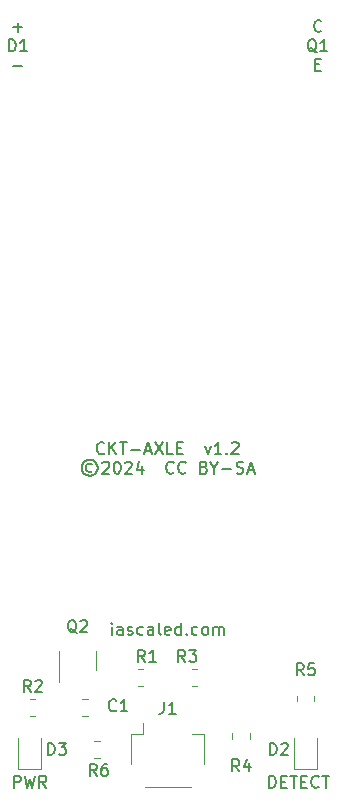
<source format=gto>
G04 #@! TF.GenerationSoftware,KiCad,Pcbnew,6.0.10-86aedd382b~118~ubuntu18.04.1*
G04 #@! TF.CreationDate,2024-08-26T14:17:38-06:00*
G04 #@! TF.ProjectId,ckt-axle,636b742d-6178-46c6-952e-6b696361645f,rev?*
G04 #@! TF.SameCoordinates,Original*
G04 #@! TF.FileFunction,Legend,Top*
G04 #@! TF.FilePolarity,Positive*
%FSLAX46Y46*%
G04 Gerber Fmt 4.6, Leading zero omitted, Abs format (unit mm)*
G04 Created by KiCad (PCBNEW 6.0.10-86aedd382b~118~ubuntu18.04.1) date 2024-08-26 14:17:38*
%MOMM*%
%LPD*%
G01*
G04 APERTURE LIST*
%ADD10C,0.152400*%
%ADD11C,0.150000*%
%ADD12C,0.120000*%
G04 APERTURE END LIST*
D10*
X141665476Y-62227097D02*
X141617095Y-62275478D01*
X141471952Y-62323859D01*
X141375190Y-62323859D01*
X141230047Y-62275478D01*
X141133285Y-62178716D01*
X141084904Y-62081954D01*
X141036523Y-61888430D01*
X141036523Y-61743287D01*
X141084904Y-61549763D01*
X141133285Y-61453001D01*
X141230047Y-61356240D01*
X141375190Y-61307859D01*
X141471952Y-61307859D01*
X141617095Y-61356240D01*
X141665476Y-61404620D01*
X141133285Y-65063188D02*
X141471952Y-65063188D01*
X141617095Y-65595379D02*
X141133285Y-65595379D01*
X141133285Y-64579379D01*
X141617095Y-64579379D01*
X123280714Y-97969977D02*
X123232333Y-98018358D01*
X123087190Y-98066739D01*
X122990428Y-98066739D01*
X122845285Y-98018358D01*
X122748523Y-97921596D01*
X122700142Y-97824834D01*
X122651761Y-97631310D01*
X122651761Y-97486167D01*
X122700142Y-97292643D01*
X122748523Y-97195881D01*
X122845285Y-97099120D01*
X122990428Y-97050739D01*
X123087190Y-97050739D01*
X123232333Y-97099120D01*
X123280714Y-97147500D01*
X123716142Y-98066739D02*
X123716142Y-97050739D01*
X124296714Y-98066739D02*
X123861285Y-97486167D01*
X124296714Y-97050739D02*
X123716142Y-97631310D01*
X124587000Y-97050739D02*
X125167571Y-97050739D01*
X124877285Y-98066739D02*
X124877285Y-97050739D01*
X125506238Y-97679691D02*
X126280333Y-97679691D01*
X126715761Y-97776453D02*
X127199571Y-97776453D01*
X126619000Y-98066739D02*
X126957666Y-97050739D01*
X127296333Y-98066739D01*
X127538238Y-97050739D02*
X128215571Y-98066739D01*
X128215571Y-97050739D02*
X127538238Y-98066739D01*
X129086428Y-98066739D02*
X128602619Y-98066739D01*
X128602619Y-97050739D01*
X129425095Y-97534548D02*
X129763761Y-97534548D01*
X129908904Y-98066739D02*
X129425095Y-98066739D01*
X129425095Y-97050739D01*
X129908904Y-97050739D01*
X131795761Y-97389405D02*
X132037666Y-98066739D01*
X132279571Y-97389405D01*
X133198809Y-98066739D02*
X132618238Y-98066739D01*
X132908523Y-98066739D02*
X132908523Y-97050739D01*
X132811761Y-97195881D01*
X132715000Y-97292643D01*
X132618238Y-97341024D01*
X133634238Y-97969977D02*
X133682619Y-98018358D01*
X133634238Y-98066739D01*
X133585857Y-98018358D01*
X133634238Y-97969977D01*
X133634238Y-98066739D01*
X134069666Y-97147500D02*
X134118047Y-97099120D01*
X134214809Y-97050739D01*
X134456714Y-97050739D01*
X134553476Y-97099120D01*
X134601857Y-97147500D01*
X134650238Y-97244262D01*
X134650238Y-97341024D01*
X134601857Y-97486167D01*
X134021285Y-98066739D01*
X134650238Y-98066739D01*
X122240523Y-98928403D02*
X122143761Y-98880022D01*
X121950238Y-98880022D01*
X121853476Y-98928403D01*
X121756714Y-99025165D01*
X121708333Y-99121927D01*
X121708333Y-99315451D01*
X121756714Y-99412213D01*
X121853476Y-99508975D01*
X121950238Y-99557356D01*
X122143761Y-99557356D01*
X122240523Y-99508975D01*
X122047000Y-98541356D02*
X121805095Y-98589737D01*
X121563190Y-98734880D01*
X121418047Y-98976784D01*
X121369666Y-99218689D01*
X121418047Y-99460594D01*
X121563190Y-99702499D01*
X121805095Y-99847641D01*
X122047000Y-99896022D01*
X122288904Y-99847641D01*
X122530809Y-99702499D01*
X122675952Y-99460594D01*
X122724333Y-99218689D01*
X122675952Y-98976784D01*
X122530809Y-98734880D01*
X122288904Y-98589737D01*
X122047000Y-98541356D01*
X123111380Y-98783260D02*
X123159761Y-98734880D01*
X123256523Y-98686499D01*
X123498428Y-98686499D01*
X123595190Y-98734880D01*
X123643571Y-98783260D01*
X123691952Y-98880022D01*
X123691952Y-98976784D01*
X123643571Y-99121927D01*
X123063000Y-99702499D01*
X123691952Y-99702499D01*
X124320904Y-98686499D02*
X124417666Y-98686499D01*
X124514428Y-98734880D01*
X124562809Y-98783260D01*
X124611190Y-98880022D01*
X124659571Y-99073546D01*
X124659571Y-99315451D01*
X124611190Y-99508975D01*
X124562809Y-99605737D01*
X124514428Y-99654118D01*
X124417666Y-99702499D01*
X124320904Y-99702499D01*
X124224142Y-99654118D01*
X124175761Y-99605737D01*
X124127380Y-99508975D01*
X124079000Y-99315451D01*
X124079000Y-99073546D01*
X124127380Y-98880022D01*
X124175761Y-98783260D01*
X124224142Y-98734880D01*
X124320904Y-98686499D01*
X125046619Y-98783260D02*
X125095000Y-98734880D01*
X125191761Y-98686499D01*
X125433666Y-98686499D01*
X125530428Y-98734880D01*
X125578809Y-98783260D01*
X125627190Y-98880022D01*
X125627190Y-98976784D01*
X125578809Y-99121927D01*
X124998238Y-99702499D01*
X125627190Y-99702499D01*
X126498047Y-99025165D02*
X126498047Y-99702499D01*
X126256142Y-98638118D02*
X126014238Y-99363832D01*
X126643190Y-99363832D01*
X129159000Y-99605737D02*
X129110619Y-99654118D01*
X128965476Y-99702499D01*
X128868714Y-99702499D01*
X128723571Y-99654118D01*
X128626809Y-99557356D01*
X128578428Y-99460594D01*
X128530047Y-99267070D01*
X128530047Y-99121927D01*
X128578428Y-98928403D01*
X128626809Y-98831641D01*
X128723571Y-98734880D01*
X128868714Y-98686499D01*
X128965476Y-98686499D01*
X129110619Y-98734880D01*
X129159000Y-98783260D01*
X130175000Y-99605737D02*
X130126619Y-99654118D01*
X129981476Y-99702499D01*
X129884714Y-99702499D01*
X129739571Y-99654118D01*
X129642809Y-99557356D01*
X129594428Y-99460594D01*
X129546047Y-99267070D01*
X129546047Y-99121927D01*
X129594428Y-98928403D01*
X129642809Y-98831641D01*
X129739571Y-98734880D01*
X129884714Y-98686499D01*
X129981476Y-98686499D01*
X130126619Y-98734880D01*
X130175000Y-98783260D01*
X131723190Y-99170308D02*
X131868333Y-99218689D01*
X131916714Y-99267070D01*
X131965095Y-99363832D01*
X131965095Y-99508975D01*
X131916714Y-99605737D01*
X131868333Y-99654118D01*
X131771571Y-99702499D01*
X131384523Y-99702499D01*
X131384523Y-98686499D01*
X131723190Y-98686499D01*
X131819952Y-98734880D01*
X131868333Y-98783260D01*
X131916714Y-98880022D01*
X131916714Y-98976784D01*
X131868333Y-99073546D01*
X131819952Y-99121927D01*
X131723190Y-99170308D01*
X131384523Y-99170308D01*
X132594047Y-99218689D02*
X132594047Y-99702499D01*
X132255380Y-98686499D02*
X132594047Y-99218689D01*
X132932714Y-98686499D01*
X133271380Y-99315451D02*
X134045476Y-99315451D01*
X134480904Y-99654118D02*
X134626047Y-99702499D01*
X134867952Y-99702499D01*
X134964714Y-99654118D01*
X135013095Y-99605737D01*
X135061476Y-99508975D01*
X135061476Y-99412213D01*
X135013095Y-99315451D01*
X134964714Y-99267070D01*
X134867952Y-99218689D01*
X134674428Y-99170308D01*
X134577666Y-99121927D01*
X134529285Y-99073546D01*
X134480904Y-98976784D01*
X134480904Y-98880022D01*
X134529285Y-98783260D01*
X134577666Y-98734880D01*
X134674428Y-98686499D01*
X134916333Y-98686499D01*
X135061476Y-98734880D01*
X135448523Y-99412213D02*
X135932333Y-99412213D01*
X135351761Y-99702499D02*
X135690428Y-98686499D01*
X136029095Y-99702499D01*
X123909666Y-113362619D02*
X123909666Y-112685285D01*
X123909666Y-112346619D02*
X123861285Y-112395000D01*
X123909666Y-112443380D01*
X123958047Y-112395000D01*
X123909666Y-112346619D01*
X123909666Y-112443380D01*
X124828904Y-113362619D02*
X124828904Y-112830428D01*
X124780523Y-112733666D01*
X124683761Y-112685285D01*
X124490238Y-112685285D01*
X124393476Y-112733666D01*
X124828904Y-113314238D02*
X124732142Y-113362619D01*
X124490238Y-113362619D01*
X124393476Y-113314238D01*
X124345095Y-113217476D01*
X124345095Y-113120714D01*
X124393476Y-113023952D01*
X124490238Y-112975571D01*
X124732142Y-112975571D01*
X124828904Y-112927190D01*
X125264333Y-113314238D02*
X125361095Y-113362619D01*
X125554619Y-113362619D01*
X125651380Y-113314238D01*
X125699761Y-113217476D01*
X125699761Y-113169095D01*
X125651380Y-113072333D01*
X125554619Y-113023952D01*
X125409476Y-113023952D01*
X125312714Y-112975571D01*
X125264333Y-112878809D01*
X125264333Y-112830428D01*
X125312714Y-112733666D01*
X125409476Y-112685285D01*
X125554619Y-112685285D01*
X125651380Y-112733666D01*
X126570619Y-113314238D02*
X126473857Y-113362619D01*
X126280333Y-113362619D01*
X126183571Y-113314238D01*
X126135190Y-113265857D01*
X126086809Y-113169095D01*
X126086809Y-112878809D01*
X126135190Y-112782047D01*
X126183571Y-112733666D01*
X126280333Y-112685285D01*
X126473857Y-112685285D01*
X126570619Y-112733666D01*
X127441476Y-113362619D02*
X127441476Y-112830428D01*
X127393095Y-112733666D01*
X127296333Y-112685285D01*
X127102809Y-112685285D01*
X127006047Y-112733666D01*
X127441476Y-113314238D02*
X127344714Y-113362619D01*
X127102809Y-113362619D01*
X127006047Y-113314238D01*
X126957666Y-113217476D01*
X126957666Y-113120714D01*
X127006047Y-113023952D01*
X127102809Y-112975571D01*
X127344714Y-112975571D01*
X127441476Y-112927190D01*
X128070428Y-113362619D02*
X127973666Y-113314238D01*
X127925285Y-113217476D01*
X127925285Y-112346619D01*
X128844523Y-113314238D02*
X128747761Y-113362619D01*
X128554238Y-113362619D01*
X128457476Y-113314238D01*
X128409095Y-113217476D01*
X128409095Y-112830428D01*
X128457476Y-112733666D01*
X128554238Y-112685285D01*
X128747761Y-112685285D01*
X128844523Y-112733666D01*
X128892904Y-112830428D01*
X128892904Y-112927190D01*
X128409095Y-113023952D01*
X129763761Y-113362619D02*
X129763761Y-112346619D01*
X129763761Y-113314238D02*
X129667000Y-113362619D01*
X129473476Y-113362619D01*
X129376714Y-113314238D01*
X129328333Y-113265857D01*
X129279952Y-113169095D01*
X129279952Y-112878809D01*
X129328333Y-112782047D01*
X129376714Y-112733666D01*
X129473476Y-112685285D01*
X129667000Y-112685285D01*
X129763761Y-112733666D01*
X130247571Y-113265857D02*
X130295952Y-113314238D01*
X130247571Y-113362619D01*
X130199190Y-113314238D01*
X130247571Y-113265857D01*
X130247571Y-113362619D01*
X131166809Y-113314238D02*
X131070047Y-113362619D01*
X130876523Y-113362619D01*
X130779761Y-113314238D01*
X130731380Y-113265857D01*
X130683000Y-113169095D01*
X130683000Y-112878809D01*
X130731380Y-112782047D01*
X130779761Y-112733666D01*
X130876523Y-112685285D01*
X131070047Y-112685285D01*
X131166809Y-112733666D01*
X131747380Y-113362619D02*
X131650619Y-113314238D01*
X131602238Y-113265857D01*
X131553857Y-113169095D01*
X131553857Y-112878809D01*
X131602238Y-112782047D01*
X131650619Y-112733666D01*
X131747380Y-112685285D01*
X131892523Y-112685285D01*
X131989285Y-112733666D01*
X132037666Y-112782047D01*
X132086047Y-112878809D01*
X132086047Y-113169095D01*
X132037666Y-113265857D01*
X131989285Y-113314238D01*
X131892523Y-113362619D01*
X131747380Y-113362619D01*
X132521476Y-113362619D02*
X132521476Y-112685285D01*
X132521476Y-112782047D02*
X132569857Y-112733666D01*
X132666619Y-112685285D01*
X132811761Y-112685285D01*
X132908523Y-112733666D01*
X132956904Y-112830428D01*
X132956904Y-113362619D01*
X132956904Y-112830428D02*
X133005285Y-112733666D01*
X133102047Y-112685285D01*
X133247190Y-112685285D01*
X133343952Y-112733666D01*
X133392333Y-112830428D01*
X133392333Y-113362619D01*
X115612333Y-126316619D02*
X115612333Y-125300619D01*
X115999380Y-125300619D01*
X116096142Y-125349000D01*
X116144523Y-125397380D01*
X116192904Y-125494142D01*
X116192904Y-125639285D01*
X116144523Y-125736047D01*
X116096142Y-125784428D01*
X115999380Y-125832809D01*
X115612333Y-125832809D01*
X116531571Y-125300619D02*
X116773476Y-126316619D01*
X116967000Y-125590904D01*
X117160523Y-126316619D01*
X117402428Y-125300619D01*
X118370047Y-126316619D02*
X118031380Y-125832809D01*
X117789476Y-126316619D02*
X117789476Y-125300619D01*
X118176523Y-125300619D01*
X118273285Y-125349000D01*
X118321666Y-125397380D01*
X118370047Y-125494142D01*
X118370047Y-125639285D01*
X118321666Y-125736047D01*
X118273285Y-125784428D01*
X118176523Y-125832809D01*
X117789476Y-125832809D01*
X137232571Y-126316619D02*
X137232571Y-125300619D01*
X137474476Y-125300619D01*
X137619619Y-125349000D01*
X137716380Y-125445761D01*
X137764761Y-125542523D01*
X137813142Y-125736047D01*
X137813142Y-125881190D01*
X137764761Y-126074714D01*
X137716380Y-126171476D01*
X137619619Y-126268238D01*
X137474476Y-126316619D01*
X137232571Y-126316619D01*
X138248571Y-125784428D02*
X138587238Y-125784428D01*
X138732380Y-126316619D02*
X138248571Y-126316619D01*
X138248571Y-125300619D01*
X138732380Y-125300619D01*
X139022666Y-125300619D02*
X139603238Y-125300619D01*
X139312952Y-126316619D02*
X139312952Y-125300619D01*
X139941904Y-125784428D02*
X140280571Y-125784428D01*
X140425714Y-126316619D02*
X139941904Y-126316619D01*
X139941904Y-125300619D01*
X140425714Y-125300619D01*
X141441714Y-126219857D02*
X141393333Y-126268238D01*
X141248190Y-126316619D01*
X141151428Y-126316619D01*
X141006285Y-126268238D01*
X140909523Y-126171476D01*
X140861142Y-126074714D01*
X140812761Y-125881190D01*
X140812761Y-125736047D01*
X140861142Y-125542523D01*
X140909523Y-125445761D01*
X141006285Y-125349000D01*
X141151428Y-125300619D01*
X141248190Y-125300619D01*
X141393333Y-125349000D01*
X141441714Y-125397380D01*
X141732000Y-125300619D02*
X142312571Y-125300619D01*
X142022285Y-126316619D02*
X142022285Y-125300619D01*
X115563952Y-61936811D02*
X116338047Y-61936811D01*
X115951000Y-62323859D02*
X115951000Y-61549763D01*
X115563952Y-65208331D02*
X116338047Y-65208331D01*
D11*
X117054333Y-118181380D02*
X116721000Y-117705190D01*
X116482904Y-118181380D02*
X116482904Y-117181380D01*
X116863857Y-117181380D01*
X116959095Y-117229000D01*
X117006714Y-117276619D01*
X117054333Y-117371857D01*
X117054333Y-117514714D01*
X117006714Y-117609952D01*
X116959095Y-117657571D01*
X116863857Y-117705190D01*
X116482904Y-117705190D01*
X117435285Y-117276619D02*
X117482904Y-117229000D01*
X117578142Y-117181380D01*
X117816238Y-117181380D01*
X117911476Y-117229000D01*
X117959095Y-117276619D01*
X118006714Y-117371857D01*
X118006714Y-117467095D01*
X117959095Y-117609952D01*
X117387666Y-118181380D01*
X118006714Y-118181380D01*
X122642333Y-125293380D02*
X122309000Y-124817190D01*
X122070904Y-125293380D02*
X122070904Y-124293380D01*
X122451857Y-124293380D01*
X122547095Y-124341000D01*
X122594714Y-124388619D01*
X122642333Y-124483857D01*
X122642333Y-124626714D01*
X122594714Y-124721952D01*
X122547095Y-124769571D01*
X122451857Y-124817190D01*
X122070904Y-124817190D01*
X123499476Y-124293380D02*
X123309000Y-124293380D01*
X123213761Y-124341000D01*
X123166142Y-124388619D01*
X123070904Y-124531476D01*
X123023285Y-124721952D01*
X123023285Y-125102904D01*
X123070904Y-125198142D01*
X123118523Y-125245761D01*
X123213761Y-125293380D01*
X123404238Y-125293380D01*
X123499476Y-125245761D01*
X123547095Y-125198142D01*
X123594714Y-125102904D01*
X123594714Y-124864809D01*
X123547095Y-124769571D01*
X123499476Y-124721952D01*
X123404238Y-124674333D01*
X123213761Y-124674333D01*
X123118523Y-124721952D01*
X123070904Y-124769571D01*
X123023285Y-124864809D01*
X128317666Y-119043380D02*
X128317666Y-119757666D01*
X128270047Y-119900523D01*
X128174809Y-119995761D01*
X128031952Y-120043380D01*
X127936714Y-120043380D01*
X129317666Y-120043380D02*
X128746238Y-120043380D01*
X129031952Y-120043380D02*
X129031952Y-119043380D01*
X128936714Y-119186238D01*
X128841476Y-119281476D01*
X128746238Y-119329095D01*
X126706333Y-115641380D02*
X126373000Y-115165190D01*
X126134904Y-115641380D02*
X126134904Y-114641380D01*
X126515857Y-114641380D01*
X126611095Y-114689000D01*
X126658714Y-114736619D01*
X126706333Y-114831857D01*
X126706333Y-114974714D01*
X126658714Y-115069952D01*
X126611095Y-115117571D01*
X126515857Y-115165190D01*
X126134904Y-115165190D01*
X127658714Y-115641380D02*
X127087285Y-115641380D01*
X127373000Y-115641380D02*
X127373000Y-114641380D01*
X127277761Y-114784238D01*
X127182523Y-114879476D01*
X127087285Y-114927095D01*
X130135333Y-115641380D02*
X129802000Y-115165190D01*
X129563904Y-115641380D02*
X129563904Y-114641380D01*
X129944857Y-114641380D01*
X130040095Y-114689000D01*
X130087714Y-114736619D01*
X130135333Y-114831857D01*
X130135333Y-114974714D01*
X130087714Y-115069952D01*
X130040095Y-115117571D01*
X129944857Y-115165190D01*
X129563904Y-115165190D01*
X130468666Y-114641380D02*
X131087714Y-114641380D01*
X130754380Y-115022333D01*
X130897238Y-115022333D01*
X130992476Y-115069952D01*
X131040095Y-115117571D01*
X131087714Y-115212809D01*
X131087714Y-115450904D01*
X131040095Y-115546142D01*
X130992476Y-115593761D01*
X130897238Y-115641380D01*
X130611523Y-115641380D01*
X130516285Y-115593761D01*
X130468666Y-115546142D01*
X120935761Y-113196619D02*
X120840523Y-113149000D01*
X120745285Y-113053761D01*
X120602428Y-112910904D01*
X120507190Y-112863285D01*
X120411952Y-112863285D01*
X120459571Y-113101380D02*
X120364333Y-113053761D01*
X120269095Y-112958523D01*
X120221476Y-112768047D01*
X120221476Y-112434714D01*
X120269095Y-112244238D01*
X120364333Y-112149000D01*
X120459571Y-112101380D01*
X120650047Y-112101380D01*
X120745285Y-112149000D01*
X120840523Y-112244238D01*
X120888142Y-112434714D01*
X120888142Y-112768047D01*
X120840523Y-112958523D01*
X120745285Y-113053761D01*
X120650047Y-113101380D01*
X120459571Y-113101380D01*
X121269095Y-112196619D02*
X121316714Y-112149000D01*
X121411952Y-112101380D01*
X121650047Y-112101380D01*
X121745285Y-112149000D01*
X121792904Y-112196619D01*
X121840523Y-112291857D01*
X121840523Y-112387095D01*
X121792904Y-112529952D01*
X121221476Y-113101380D01*
X121840523Y-113101380D01*
X124293333Y-119737142D02*
X124245714Y-119784761D01*
X124102857Y-119832380D01*
X124007619Y-119832380D01*
X123864761Y-119784761D01*
X123769523Y-119689523D01*
X123721904Y-119594285D01*
X123674285Y-119403809D01*
X123674285Y-119260952D01*
X123721904Y-119070476D01*
X123769523Y-118975238D01*
X123864761Y-118880000D01*
X124007619Y-118832380D01*
X124102857Y-118832380D01*
X124245714Y-118880000D01*
X124293333Y-118927619D01*
X125245714Y-119832380D02*
X124674285Y-119832380D01*
X124960000Y-119832380D02*
X124960000Y-118832380D01*
X124864761Y-118975238D01*
X124769523Y-119070476D01*
X124674285Y-119118095D01*
X141255761Y-64047619D02*
X141160523Y-64000000D01*
X141065285Y-63904761D01*
X140922428Y-63761904D01*
X140827190Y-63714285D01*
X140731952Y-63714285D01*
X140779571Y-63952380D02*
X140684333Y-63904761D01*
X140589095Y-63809523D01*
X140541476Y-63619047D01*
X140541476Y-63285714D01*
X140589095Y-63095238D01*
X140684333Y-63000000D01*
X140779571Y-62952380D01*
X140970047Y-62952380D01*
X141065285Y-63000000D01*
X141160523Y-63095238D01*
X141208142Y-63285714D01*
X141208142Y-63619047D01*
X141160523Y-63809523D01*
X141065285Y-63904761D01*
X140970047Y-63952380D01*
X140779571Y-63952380D01*
X142160523Y-63952380D02*
X141589095Y-63952380D01*
X141874809Y-63952380D02*
X141874809Y-62952380D01*
X141779571Y-63095238D01*
X141684333Y-63190476D01*
X141589095Y-63238095D01*
X115212904Y-63952380D02*
X115212904Y-62952380D01*
X115451000Y-62952380D01*
X115593857Y-63000000D01*
X115689095Y-63095238D01*
X115736714Y-63190476D01*
X115784333Y-63380952D01*
X115784333Y-63523809D01*
X115736714Y-63714285D01*
X115689095Y-63809523D01*
X115593857Y-63904761D01*
X115451000Y-63952380D01*
X115212904Y-63952380D01*
X116736714Y-63952380D02*
X116165285Y-63952380D01*
X116451000Y-63952380D02*
X116451000Y-62952380D01*
X116355761Y-63095238D01*
X116260523Y-63190476D01*
X116165285Y-63238095D01*
X137310904Y-123515380D02*
X137310904Y-122515380D01*
X137549000Y-122515380D01*
X137691857Y-122563000D01*
X137787095Y-122658238D01*
X137834714Y-122753476D01*
X137882333Y-122943952D01*
X137882333Y-123086809D01*
X137834714Y-123277285D01*
X137787095Y-123372523D01*
X137691857Y-123467761D01*
X137549000Y-123515380D01*
X137310904Y-123515380D01*
X138263285Y-122610619D02*
X138310904Y-122563000D01*
X138406142Y-122515380D01*
X138644238Y-122515380D01*
X138739476Y-122563000D01*
X138787095Y-122610619D01*
X138834714Y-122705857D01*
X138834714Y-122801095D01*
X138787095Y-122943952D01*
X138215666Y-123515380D01*
X138834714Y-123515380D01*
X134707333Y-124912380D02*
X134374000Y-124436190D01*
X134135904Y-124912380D02*
X134135904Y-123912380D01*
X134516857Y-123912380D01*
X134612095Y-123960000D01*
X134659714Y-124007619D01*
X134707333Y-124102857D01*
X134707333Y-124245714D01*
X134659714Y-124340952D01*
X134612095Y-124388571D01*
X134516857Y-124436190D01*
X134135904Y-124436190D01*
X135564476Y-124245714D02*
X135564476Y-124912380D01*
X135326380Y-123864761D02*
X135088285Y-124579047D01*
X135707333Y-124579047D01*
X118514904Y-123515380D02*
X118514904Y-122515380D01*
X118753000Y-122515380D01*
X118895857Y-122563000D01*
X118991095Y-122658238D01*
X119038714Y-122753476D01*
X119086333Y-122943952D01*
X119086333Y-123086809D01*
X119038714Y-123277285D01*
X118991095Y-123372523D01*
X118895857Y-123467761D01*
X118753000Y-123515380D01*
X118514904Y-123515380D01*
X119419666Y-122515380D02*
X120038714Y-122515380D01*
X119705380Y-122896333D01*
X119848238Y-122896333D01*
X119943476Y-122943952D01*
X119991095Y-122991571D01*
X120038714Y-123086809D01*
X120038714Y-123324904D01*
X119991095Y-123420142D01*
X119943476Y-123467761D01*
X119848238Y-123515380D01*
X119562523Y-123515380D01*
X119467285Y-123467761D01*
X119419666Y-123420142D01*
X140168333Y-116784380D02*
X139835000Y-116308190D01*
X139596904Y-116784380D02*
X139596904Y-115784380D01*
X139977857Y-115784380D01*
X140073095Y-115832000D01*
X140120714Y-115879619D01*
X140168333Y-115974857D01*
X140168333Y-116117714D01*
X140120714Y-116212952D01*
X140073095Y-116260571D01*
X139977857Y-116308190D01*
X139596904Y-116308190D01*
X141073095Y-115784380D02*
X140596904Y-115784380D01*
X140549285Y-116260571D01*
X140596904Y-116212952D01*
X140692142Y-116165333D01*
X140930238Y-116165333D01*
X141025476Y-116212952D01*
X141073095Y-116260571D01*
X141120714Y-116355809D01*
X141120714Y-116593904D01*
X141073095Y-116689142D01*
X141025476Y-116736761D01*
X140930238Y-116784380D01*
X140692142Y-116784380D01*
X140596904Y-116736761D01*
X140549285Y-116689142D01*
D12*
X117448064Y-120242000D02*
X116993936Y-120242000D01*
X117448064Y-118772000D02*
X116993936Y-118772000D01*
X122454936Y-123798000D02*
X122909064Y-123798000D01*
X122454936Y-122328000D02*
X122909064Y-122328000D01*
X126591000Y-121786000D02*
X126591000Y-120796000D01*
X125541000Y-124286000D02*
X125541000Y-121786000D01*
X126711000Y-126256000D02*
X130591000Y-126256000D01*
X131761000Y-121786000D02*
X130711000Y-121786000D01*
X131761000Y-124286000D02*
X131761000Y-121786000D01*
X125541000Y-121786000D02*
X126591000Y-121786000D01*
X126137936Y-116232000D02*
X126592064Y-116232000D01*
X126137936Y-117702000D02*
X126592064Y-117702000D01*
X131164064Y-117702000D02*
X130709936Y-117702000D01*
X131164064Y-116232000D02*
X130709936Y-116232000D01*
X119471000Y-115570000D02*
X119471000Y-117370000D01*
X119471000Y-115570000D02*
X119471000Y-114770000D01*
X122591000Y-115570000D02*
X122591000Y-116370000D01*
X122591000Y-115570000D02*
X122591000Y-114770000D01*
X121404748Y-118772000D02*
X121927252Y-118772000D01*
X121404748Y-120242000D02*
X121927252Y-120242000D01*
X141295000Y-124748000D02*
X141295000Y-122063000D01*
X139375000Y-122063000D02*
X139375000Y-124748000D01*
X139375000Y-124748000D02*
X141295000Y-124748000D01*
X135609000Y-122147064D02*
X135609000Y-121692936D01*
X134139000Y-122147064D02*
X134139000Y-121692936D01*
X116007000Y-122063000D02*
X116007000Y-124748000D01*
X117927000Y-124748000D02*
X117927000Y-122063000D01*
X116007000Y-124748000D02*
X117927000Y-124748000D01*
X141070000Y-118972064D02*
X141070000Y-118517936D01*
X139600000Y-118972064D02*
X139600000Y-118517936D01*
M02*

</source>
